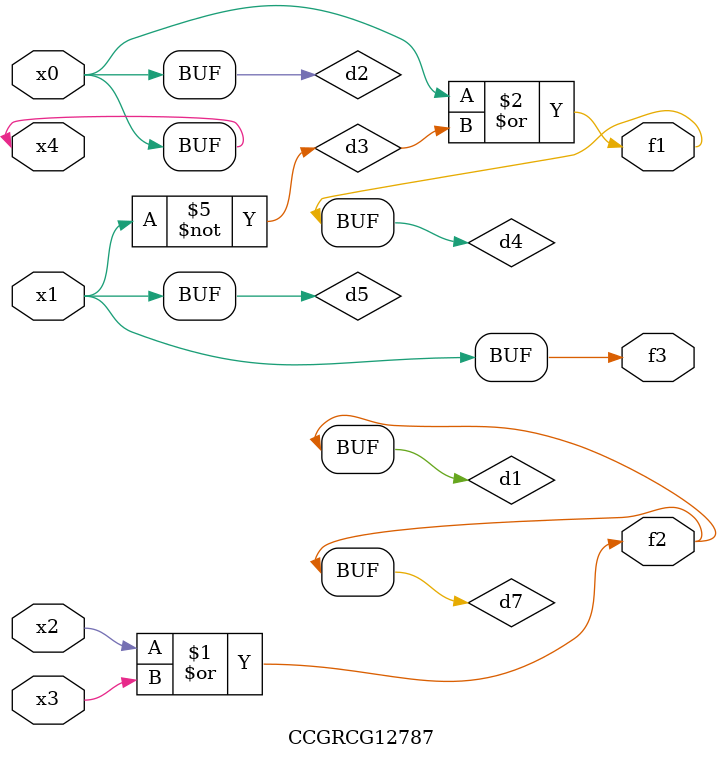
<source format=v>
module CCGRCG12787(
	input x0, x1, x2, x3, x4,
	output f1, f2, f3
);

	wire d1, d2, d3, d4, d5, d6, d7;

	or (d1, x2, x3);
	buf (d2, x0, x4);
	not (d3, x1);
	or (d4, d2, d3);
	not (d5, d3);
	nand (d6, d1, d3);
	or (d7, d1);
	assign f1 = d4;
	assign f2 = d7;
	assign f3 = d5;
endmodule

</source>
